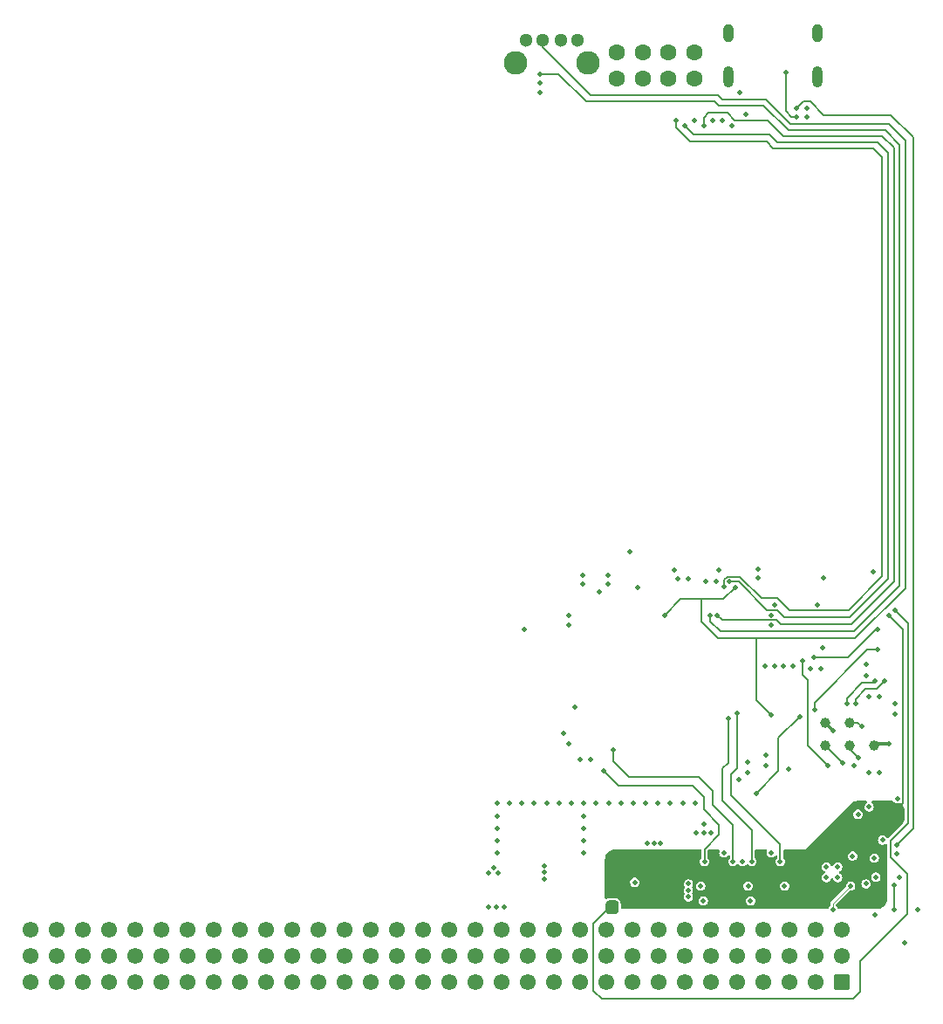
<source format=gbr>
%TF.GenerationSoftware,KiCad,Pcbnew,8.0.8-8.0.8-0~ubuntu24.04.1*%
%TF.CreationDate,2025-02-18T22:24:07+00:00*%
%TF.ProjectId,base-module,62617365-2d6d-46f6-9475-6c652e6b6963,1.0.0*%
%TF.SameCoordinates,Original*%
%TF.FileFunction,Copper,L4,Bot*%
%TF.FilePolarity,Positive*%
%FSLAX46Y46*%
G04 Gerber Fmt 4.6, Leading zero omitted, Abs format (unit mm)*
G04 Created by KiCad (PCBNEW 8.0.8-8.0.8-0~ubuntu24.04.1) date 2025-02-18 22:24:07*
%MOMM*%
%LPD*%
G01*
G04 APERTURE LIST*
G04 Aperture macros list*
%AMRoundRect*
0 Rectangle with rounded corners*
0 $1 Rounding radius*
0 $2 $3 $4 $5 $6 $7 $8 $9 X,Y pos of 4 corners*
0 Add a 4 corners polygon primitive as box body*
4,1,4,$2,$3,$4,$5,$6,$7,$8,$9,$2,$3,0*
0 Add four circle primitives for the rounded corners*
1,1,$1+$1,$2,$3*
1,1,$1+$1,$4,$5*
1,1,$1+$1,$6,$7*
1,1,$1+$1,$8,$9*
0 Add four rect primitives between the rounded corners*
20,1,$1+$1,$2,$3,$4,$5,0*
20,1,$1+$1,$4,$5,$6,$7,0*
20,1,$1+$1,$6,$7,$8,$9,0*
20,1,$1+$1,$8,$9,$2,$3,0*%
G04 Aperture macros list end*
%TA.AperFunction,ComponentPad*%
%ADD10C,1.600000*%
%TD*%
%TA.AperFunction,HeatsinkPad*%
%ADD11O,1.000000X2.100000*%
%TD*%
%TA.AperFunction,HeatsinkPad*%
%ADD12O,1.000000X1.800000*%
%TD*%
%TA.AperFunction,ComponentPad*%
%ADD13RoundRect,0.249999X0.525001X0.525001X-0.525001X0.525001X-0.525001X-0.525001X0.525001X-0.525001X0*%
%TD*%
%TA.AperFunction,ComponentPad*%
%ADD14C,1.550000*%
%TD*%
%TA.AperFunction,ComponentPad*%
%ADD15C,1.300000*%
%TD*%
%TA.AperFunction,ComponentPad*%
%ADD16C,2.286000*%
%TD*%
%TA.AperFunction,SMDPad,CuDef*%
%ADD17C,1.000000*%
%TD*%
%TA.AperFunction,ViaPad*%
%ADD18C,0.500000*%
%TD*%
%TA.AperFunction,Conductor*%
%ADD19C,0.300000*%
%TD*%
%TA.AperFunction,Conductor*%
%ADD20C,0.150000*%
%TD*%
%TA.AperFunction,Conductor*%
%ADD21C,0.200000*%
%TD*%
%TA.AperFunction,Conductor*%
%ADD22C,0.100000*%
%TD*%
G04 APERTURE END LIST*
D10*
%TO.P,LED300,1*%
%TO.N,Net-(LED300-Pad1)*%
X106863600Y-55785000D03*
%TO.P,LED300,2*%
%TO.N,GND*%
X109403600Y-55785000D03*
%TO.P,LED300,3*%
%TO.N,Net-(LED300-Pad3)*%
X106863600Y-58325000D03*
%TO.P,LED300,4*%
%TO.N,GND*%
X109403600Y-58325000D03*
%TD*%
D11*
%TO.P,J800,S1,SHIELD*%
%TO.N,Net-(J800-SHIELD)*%
X126370000Y-58140000D03*
D12*
X126370000Y-53960000D03*
D11*
X117730000Y-58140000D03*
D12*
X117730000Y-53960000D03*
%TD*%
D13*
%TO.P,J200,a1,a1*%
%TO.N,GND*%
X128740000Y-145975000D03*
D14*
%TO.P,J200,a2,a2*%
%TO.N,/Backplane/BACKPLANE.D+*%
X126200000Y-145975000D03*
%TO.P,J200,a3,a3*%
%TO.N,+5V_STDBY*%
X123660000Y-145975000D03*
%TO.P,J200,a4,a4*%
%TO.N,GND*%
X121120000Y-145975000D03*
%TO.P,J200,a5,a5*%
%TO.N,/Backplane/CAN1.+*%
X118580000Y-145975000D03*
%TO.P,J200,a6,a6*%
%TO.N,/Backplane/CAN1.-*%
X116040000Y-145975000D03*
%TO.P,J200,a7,a7*%
%TO.N,GND*%
X113500000Y-145975000D03*
%TO.P,J200,a8,a8*%
%TO.N,/Backplane/CAN2.+*%
X110960000Y-145975000D03*
%TO.P,J200,a9,a9*%
%TO.N,/Backplane/CAN2.-*%
X108420000Y-145975000D03*
%TO.P,J200,a10,a10*%
%TO.N,GND*%
X105880000Y-145975000D03*
%TO.P,J200,a11,a11*%
%TO.N,+12V*%
X103340000Y-145975000D03*
%TO.P,J200,a12,a12*%
X100800000Y-145975000D03*
%TO.P,J200,a13,a13*%
%TO.N,GND*%
X98260000Y-145975000D03*
%TO.P,J200,a14,a14*%
%TO.N,+24V*%
X95720000Y-145975000D03*
%TO.P,J200,a15,a15*%
%TO.N,GND*%
X93180000Y-145975000D03*
%TO.P,J200,a16,a16*%
%TO.N,/Backplane/GPIOL0*%
X90640000Y-145975000D03*
%TO.P,J200,a17,a17*%
%TO.N,/Backplane/GPIOL1*%
X88100000Y-145975000D03*
%TO.P,J200,a18,a18*%
%TO.N,/Backplane/GPIOL2*%
X85560000Y-145975000D03*
%TO.P,J200,a19,a19*%
%TO.N,/Backplane/GPIOL3*%
X83020000Y-145975000D03*
%TO.P,J200,a20,a20*%
%TO.N,/Backplane/GPIOL4*%
X80480000Y-145975000D03*
%TO.P,J200,a21,a21*%
%TO.N,/Backplane/GPIOL5*%
X77940000Y-145975000D03*
%TO.P,J200,a22,a22*%
%TO.N,/Backplane/GPIOL6*%
X75400000Y-145975000D03*
%TO.P,J200,a23,a23*%
%TO.N,/Backplane/GPIOL7*%
X72860000Y-145975000D03*
%TO.P,J200,a24,a24*%
%TO.N,/Backplane/GPIOL8*%
X70320000Y-145975000D03*
%TO.P,J200,a25,a25*%
%TO.N,/Backplane/GPIOL9*%
X67780000Y-145975000D03*
%TO.P,J200,a26,a26*%
%TO.N,/Backplane/GPIOL10*%
X65240000Y-145975000D03*
%TO.P,J200,a27,a27*%
%TO.N,/Backplane/GPIOL11*%
X62700000Y-145975000D03*
%TO.P,J200,a28,a28*%
%TO.N,/Backplane/GPIOL12*%
X60160000Y-145975000D03*
%TO.P,J200,a29,a29*%
%TO.N,/Backplane/GPIOL13*%
X57620000Y-145975000D03*
%TO.P,J200,a30,a30*%
%TO.N,/Backplane/GPIOL14*%
X55080000Y-145975000D03*
%TO.P,J200,a31,a31*%
%TO.N,/Backplane/GPIOL15*%
X52540000Y-145975000D03*
%TO.P,J200,a32,a32*%
%TO.N,GND*%
X50000000Y-145975000D03*
%TO.P,J200,b1,b1*%
X128740000Y-143435000D03*
%TO.P,J200,b2,b2*%
X126200000Y-143435000D03*
%TO.P,J200,b3,b3*%
%TO.N,+5V_STDBY*%
X123660000Y-143435000D03*
%TO.P,J200,b4,b4*%
%TO.N,GND*%
X121120000Y-143435000D03*
%TO.P,J200,b5,b5*%
%TO.N,/Backplane/CAN1.+*%
X118580000Y-143435000D03*
%TO.P,J200,b6,b6*%
%TO.N,/Backplane/CAN1.-*%
X116040000Y-143435000D03*
%TO.P,J200,b7,b7*%
%TO.N,GND*%
X113500000Y-143435000D03*
%TO.P,J200,b8,b8*%
%TO.N,/Backplane/CAN2.+*%
X110960000Y-143435000D03*
%TO.P,J200,b9,b9*%
%TO.N,/Backplane/CAN2.-*%
X108420000Y-143435000D03*
%TO.P,J200,b10,b10*%
%TO.N,GND*%
X105880000Y-143435000D03*
%TO.P,J200,b11,b11*%
%TO.N,+12V*%
X103340000Y-143435000D03*
%TO.P,J200,b12,b12*%
X100800000Y-143435000D03*
%TO.P,J200,b13,b13*%
%TO.N,GND*%
X98260000Y-143435000D03*
%TO.P,J200,b14,b14*%
%TO.N,+24V*%
X95720000Y-143435000D03*
%TO.P,J200,b15,b15*%
%TO.N,GND*%
X93180000Y-143435000D03*
%TO.P,J200,b16,b16*%
%TO.N,/Backplane/GPIOC0*%
X90640000Y-143435000D03*
%TO.P,J200,b17,b17*%
%TO.N,/Backplane/GPIOC1*%
X88100000Y-143435000D03*
%TO.P,J200,b18,b18*%
%TO.N,/Backplane/GPIOC2*%
X85560000Y-143435000D03*
%TO.P,J200,b19,b19*%
%TO.N,/Backplane/GPIOC3*%
X83020000Y-143435000D03*
%TO.P,J200,b20,b20*%
%TO.N,/Backplane/GPIOC4*%
X80480000Y-143435000D03*
%TO.P,J200,b21,b21*%
%TO.N,/Backplane/GPIOC5*%
X77940000Y-143435000D03*
%TO.P,J200,b22,b22*%
%TO.N,/Backplane/GPIOC6*%
X75400000Y-143435000D03*
%TO.P,J200,b23,b23*%
%TO.N,/Backplane/GPIOC7*%
X72860000Y-143435000D03*
%TO.P,J200,b24,b24*%
%TO.N,/Backplane/GPIOC8*%
X70320000Y-143435000D03*
%TO.P,J200,b25,b25*%
%TO.N,/Backplane/GPIOC9*%
X67780000Y-143435000D03*
%TO.P,J200,b26,b26*%
%TO.N,/Backplane/GPIOC10*%
X65240000Y-143435000D03*
%TO.P,J200,b27,b27*%
%TO.N,/Backplane/GPIOC11*%
X62700000Y-143435000D03*
%TO.P,J200,b28,b28*%
%TO.N,/Backplane/GPIOC12*%
X60160000Y-143435000D03*
%TO.P,J200,b29,b29*%
%TO.N,/Backplane/GPIOC13*%
X57620000Y-143435000D03*
%TO.P,J200,b30,b30*%
%TO.N,/Backplane/GPIOC14*%
X55080000Y-143435000D03*
%TO.P,J200,b31,b31*%
%TO.N,/Backplane/GPIOC15*%
X52540000Y-143435000D03*
%TO.P,J200,b32,b32*%
%TO.N,GND*%
X50000000Y-143435000D03*
%TO.P,J200,c1,c1*%
X128740000Y-140895000D03*
%TO.P,J200,c2,c2*%
%TO.N,/Backplane/BACKPLANE.D-*%
X126200000Y-140895000D03*
%TO.P,J200,c3,c3*%
%TO.N,+5V_STDBY*%
X123660000Y-140895000D03*
%TO.P,J200,c4,c4*%
%TO.N,GND*%
X121120000Y-140895000D03*
%TO.P,J200,c5,c5*%
%TO.N,/Backplane/CAN1.+*%
X118580000Y-140895000D03*
%TO.P,J200,c6,c6*%
%TO.N,/Backplane/CAN1.-*%
X116040000Y-140895000D03*
%TO.P,J200,c7,c7*%
%TO.N,GND*%
X113500000Y-140895000D03*
%TO.P,J200,c8,c8*%
%TO.N,/Backplane/CAN2.+*%
X110960000Y-140895000D03*
%TO.P,J200,c9,c9*%
%TO.N,/Backplane/CAN2.-*%
X108420000Y-140895000D03*
%TO.P,J200,c10,c10*%
%TO.N,GND*%
X105880000Y-140895000D03*
%TO.P,J200,c11,c11*%
%TO.N,+12V*%
X103340000Y-140895000D03*
%TO.P,J200,c12,c12*%
X100800000Y-140895000D03*
%TO.P,J200,c13,c13*%
%TO.N,GND*%
X98260000Y-140895000D03*
%TO.P,J200,c14,c14*%
%TO.N,+24V*%
X95720000Y-140895000D03*
%TO.P,J200,c15,c15*%
%TO.N,GND*%
X93180000Y-140895000D03*
%TO.P,J200,c16,c16*%
%TO.N,/Backplane/GPIOR0*%
X90640000Y-140895000D03*
%TO.P,J200,c17,c17*%
%TO.N,/Backplane/GPIOR1*%
X88100000Y-140895000D03*
%TO.P,J200,c18,c18*%
%TO.N,/Backplane/GPIOR2*%
X85560000Y-140895000D03*
%TO.P,J200,c19,c19*%
%TO.N,/Backplane/GPIOR3*%
X83020000Y-140895000D03*
%TO.P,J200,c20,c20*%
%TO.N,/Backplane/GPIOR4*%
X80480000Y-140895000D03*
%TO.P,J200,c21,c21*%
%TO.N,/Backplane/GPIOR5*%
X77940000Y-140895000D03*
%TO.P,J200,c22,c22*%
%TO.N,/Backplane/GPIOR6*%
X75400000Y-140895000D03*
%TO.P,J200,c23,c23*%
%TO.N,/Backplane/GPIOR7*%
X72860000Y-140895000D03*
%TO.P,J200,c24,c24*%
%TO.N,/Backplane/GPIOR8*%
X70320000Y-140895000D03*
%TO.P,J200,c25,c25*%
%TO.N,/Backplane/GPIOR9*%
X67780000Y-140895000D03*
%TO.P,J200,c26,c26*%
%TO.N,/Backplane/GPIOR10*%
X65240000Y-140895000D03*
%TO.P,J200,c27,c27*%
%TO.N,/Backplane/GPIOR11*%
X62700000Y-140895000D03*
%TO.P,J200,c28,c28*%
%TO.N,/Backplane/GPIOR12*%
X60160000Y-140895000D03*
%TO.P,J200,c29,c29*%
%TO.N,/Backplane/GPIOR13*%
X57620000Y-140895000D03*
%TO.P,J200,c30,c30*%
%TO.N,/Backplane/GPIOR14*%
X55080000Y-140895000D03*
%TO.P,J200,c31,c31*%
%TO.N,/Backplane/GPIOR15*%
X52540000Y-140895000D03*
%TO.P,J200,c32,c32*%
%TO.N,GND*%
X50000000Y-140895000D03*
%TD*%
D15*
%TO.P,SW400,1*%
%TO.N,GND*%
X103080000Y-54575000D03*
%TO.P,SW400,2*%
X101450000Y-54575000D03*
%TO.P,SW400,3*%
%TO.N,/MCU/SWD.~{RST}*%
X99710000Y-54575000D03*
%TO.P,SW400,4*%
%TO.N,/MCU/USR_BUTTON*%
X98080000Y-54575000D03*
D16*
%TO.P,SW400,5*%
%TO.N,N/C*%
X104080000Y-56825000D03*
%TO.P,SW400,6*%
X97080000Y-56825000D03*
%TD*%
D10*
%TO.P,LED301,1*%
%TO.N,Net-(LED301-Pad1)*%
X111913600Y-55785000D03*
%TO.P,LED301,2*%
%TO.N,GND*%
X114453600Y-55785000D03*
%TO.P,LED301,3*%
%TO.N,Net-(LED301-Pad3)*%
X111913600Y-58325000D03*
%TO.P,LED301,4*%
%TO.N,GND*%
X114453600Y-58325000D03*
%TD*%
D17*
%TO.P,TP704,1,1*%
%TO.N,/ST-LINK/DIO*%
X127100000Y-122975000D03*
%TD*%
%TO.P,TP706,1,1*%
%TO.N,GND*%
X131900000Y-122975000D03*
%TD*%
%TO.P,TP703,1,1*%
%TO.N,/ST-LINK/STLINK-BOOT0*%
X129500000Y-120775000D03*
%TD*%
%TO.P,TP702,1,1*%
%TO.N,+3V3*%
X127100000Y-120775000D03*
%TD*%
%TO.P,TP705,1,1*%
%TO.N,/ST-LINK/CLK*%
X129500000Y-122975000D03*
%TD*%
D18*
%TO.N,+3V3*%
X115300000Y-138075000D03*
X99450000Y-59675000D03*
X131350000Y-125625000D03*
X121325000Y-115325000D03*
X104325000Y-124400000D03*
X120590000Y-106765000D03*
X115350000Y-131500000D03*
X132050000Y-135775000D03*
X131800000Y-106175000D03*
X131400000Y-128975000D03*
X133950000Y-118922500D03*
X114650000Y-131500000D03*
X115350000Y-130625000D03*
X102275000Y-111350000D03*
X121350000Y-124927500D03*
X127900000Y-121575000D03*
X121875000Y-110350000D03*
X105200000Y-108075000D03*
X125700000Y-115575000D03*
X131350000Y-118275000D03*
X124000000Y-115300000D03*
X122225000Y-109375000D03*
X115575000Y-107050000D03*
X101700000Y-121825000D03*
X119900000Y-138075000D03*
X116025000Y-131500000D03*
X112825000Y-106875000D03*
X119625000Y-124600000D03*
X114450000Y-62375000D03*
%TO.N,GND*%
X106050000Y-107375000D03*
X108925000Y-107700000D03*
X99450000Y-58775000D03*
X95300000Y-131025000D03*
X103700000Y-128625000D03*
X106050000Y-106475000D03*
X129900000Y-124961216D03*
X128350000Y-134775000D03*
X104900000Y-128625000D03*
X109870720Y-132521542D03*
X134830000Y-142145001D03*
X127250000Y-134775000D03*
X116250000Y-62375000D03*
X95300000Y-133425000D03*
X132350000Y-125625000D03*
X113850000Y-136425000D03*
X109700000Y-128625000D03*
X96500000Y-128625000D03*
X130325000Y-129675000D03*
X106100000Y-128625000D03*
X110520720Y-132521542D03*
X108650000Y-136275000D03*
X102850000Y-119275000D03*
X113300000Y-128625000D03*
X103700000Y-132225000D03*
X97700000Y-128625000D03*
X115050000Y-136625000D03*
X121350000Y-123927500D03*
X103575000Y-106475000D03*
X116825000Y-106025000D03*
X119625000Y-125600000D03*
X108200000Y-104250000D03*
X126375000Y-109375000D03*
X126900000Y-113525000D03*
X131150000Y-116225000D03*
X112525000Y-106025000D03*
X97900000Y-111775000D03*
X113850000Y-137675000D03*
X100100000Y-128625000D03*
X94450000Y-138675000D03*
X116575000Y-107050000D03*
X128350000Y-135825000D03*
X98900000Y-128625000D03*
X118750000Y-126325000D03*
X134150000Y-128175000D03*
X131900000Y-133925000D03*
X126950000Y-106725000D03*
X119100000Y-134275000D03*
X111170720Y-132521542D03*
X103575000Y-107350000D03*
X103700000Y-133425000D03*
X122200000Y-115275000D03*
X103700000Y-131025000D03*
X117150000Y-62375000D03*
X131150000Y-115125000D03*
X119410000Y-61815001D03*
X133300000Y-122825000D03*
X118050000Y-62925000D03*
X108500000Y-128625000D03*
X133950000Y-119922500D03*
X134100000Y-133525000D03*
X134300000Y-135775000D03*
X112100000Y-128625000D03*
X113825000Y-106875000D03*
X121900000Y-133425000D03*
X114500000Y-128625000D03*
X118850000Y-59675000D03*
X103325000Y-124400000D03*
X121875000Y-111350000D03*
X117300000Y-133425000D03*
X120590000Y-105865000D03*
X129800000Y-133725000D03*
X95953492Y-138663288D03*
X127250000Y-135825000D03*
X131100000Y-136425000D03*
X110900000Y-128625000D03*
X101300000Y-128625000D03*
X99850000Y-134671508D03*
X102500000Y-128625000D03*
X95300000Y-132225000D03*
X107300000Y-128625000D03*
X95200000Y-138675000D03*
X99850000Y-135971508D03*
X95300000Y-129825000D03*
X136150000Y-138925000D03*
X102225000Y-122850000D03*
X126700000Y-115575000D03*
X102275000Y-110350000D03*
X123200000Y-136625000D03*
X131950000Y-139425000D03*
X113850000Y-137075000D03*
X125350000Y-62025000D03*
X125350000Y-61225000D03*
X123550000Y-125325000D03*
X132700000Y-132175000D03*
X99850000Y-135321508D03*
X123100000Y-115275000D03*
X103700000Y-129825000D03*
X95300000Y-128625000D03*
X132350000Y-118275000D03*
X119650000Y-136625000D03*
%TO.N,+5V*%
X106125000Y-137025000D03*
X134150000Y-129075000D03*
X116300000Y-133425000D03*
X106775000Y-136325000D03*
X133300000Y-110375000D03*
X131100000Y-135525001D03*
X106775000Y-137025000D03*
X126200000Y-137025000D03*
X106125000Y-136325000D03*
X120900000Y-133425000D03*
%TO.N,/ST-LINK/LED*%
X124950000Y-114800000D03*
X127400000Y-124950000D03*
%TO.N,/ST-LINK/STLINK-BOOT0*%
X130675000Y-121175000D03*
%TO.N,/ST-LINK/DIO*%
X128875000Y-124675000D03*
%TO.N,/ST-LINK/CLK*%
X130350000Y-124175000D03*
%TO.N,+12V_FUSED*%
X94451270Y-135361059D03*
X133950000Y-109925000D03*
X106125000Y-139025000D03*
X106125000Y-138325000D03*
X106775000Y-138325000D03*
X95375000Y-135375000D03*
X106775000Y-139025000D03*
X94950000Y-134875000D03*
%TO.N,/ST-LINK/STLINK_RX*%
X126100000Y-119500000D03*
X132200000Y-113725000D03*
%TO.N,/USB/VBUS_IN*%
X124350000Y-61225000D03*
X134050000Y-132625000D03*
%TO.N,/ST-LINK/STLINK_TX*%
X132200000Y-111725000D03*
X126075000Y-114450000D03*
%TO.N,/MCU/USR_BUTTON*%
X115975000Y-110350000D03*
X99450000Y-57875000D03*
%TO.N,/MCU/SWD.~{RST}*%
X111575001Y-110375000D03*
X121900000Y-120045000D03*
X118377238Y-107645000D03*
%TO.N,Net-(U302-PGANG)*%
X129600000Y-136625000D03*
X127900000Y-138925000D03*
%TO.N,Net-(U700-PA5)*%
X124700000Y-120175000D03*
X120425000Y-127650000D03*
%TO.N,Net-(U700-PC13)*%
X130100000Y-118925000D03*
X132900000Y-116775000D03*
%TO.N,Net-(U700-PC14)*%
X129225000Y-118925000D03*
X131950000Y-116775000D03*
%TO.N,/CAN transceiver 1/CAN.TX*%
X122775000Y-134250000D03*
X118550000Y-119850000D03*
%TO.N,/CAN transceiver 1/CAN.RX*%
X117700000Y-120375000D03*
X120025000Y-134250000D03*
%TO.N,/CAN transceiver 2/CAN.TX*%
X118175000Y-134250000D03*
X106575000Y-123400000D03*
%TO.N,/CAN transceiver 2/CAN.RX*%
X105600000Y-125425000D03*
X115425000Y-134250000D03*
%TO.N,/USB/CC1*%
X123300000Y-57725000D03*
X124350000Y-62025000D03*
%TO.N,Net-(U801-~{OE})*%
X133850000Y-136575000D03*
X133850000Y-138925000D03*
%TO.N,/MCU/USER_LED_1*%
X113550000Y-62925000D03*
X117850000Y-107125000D03*
%TO.N,/MCU/USER_LED_2*%
X117300000Y-107625000D03*
X112650000Y-62375000D03*
%TO.N,/MCU/STATUS_LED*%
X115350000Y-62925000D03*
X116675000Y-110350000D03*
%TD*%
D19*
%TO.N,+3V3*%
X127900000Y-121575000D02*
X127100000Y-120775000D01*
%TO.N,GND*%
X131900000Y-122975000D02*
X132050000Y-122825000D01*
X132050000Y-122825000D02*
X133300000Y-122825000D01*
D20*
%TO.N,+5V*%
X133300000Y-110375000D02*
X134650000Y-111725000D01*
X134650000Y-111725000D02*
X134650000Y-128575000D01*
X134650000Y-128575000D02*
X134150000Y-129075000D01*
%TO.N,/ST-LINK/LED*%
X124950000Y-116125000D02*
X125450000Y-116625000D01*
X125450000Y-123000000D02*
X127400000Y-124950000D01*
X124950000Y-114800000D02*
X124950000Y-116125000D01*
X125450000Y-116625000D02*
X125450000Y-123000000D01*
D21*
%TO.N,/ST-LINK/STLINK-BOOT0*%
X130275000Y-120775000D02*
X130675000Y-121175000D01*
X129500000Y-120775000D02*
X130275000Y-120775000D01*
D20*
%TO.N,/ST-LINK/DIO*%
X127175000Y-122975000D02*
X127100000Y-122975000D01*
X128875000Y-124675000D02*
X127175000Y-122975000D01*
D21*
%TO.N,/ST-LINK/CLK*%
X129500000Y-122975000D02*
X129500000Y-123325000D01*
X129500000Y-123325000D02*
X130350000Y-124175000D01*
D20*
%TO.N,+12V_FUSED*%
X133500000Y-132225000D02*
X133500000Y-133875000D01*
X104650000Y-140275000D02*
X105900000Y-139025000D01*
X130530000Y-146895000D02*
X129850000Y-147575000D01*
X105900000Y-139025000D02*
X106125000Y-139025000D01*
X135100000Y-135475000D02*
X135100000Y-139375000D01*
X135150000Y-111125000D02*
X135150000Y-130575000D01*
X129850000Y-147575000D02*
X105450000Y-147575000D01*
X133500000Y-133875000D02*
X135100000Y-135475000D01*
X130530000Y-143945000D02*
X130530000Y-146895000D01*
X105450000Y-147575000D02*
X104650000Y-146775000D01*
X104650000Y-146775000D02*
X104650000Y-140275000D01*
X133950000Y-109925000D02*
X135150000Y-111125000D01*
X135100000Y-139375000D02*
X130530000Y-143945000D01*
X135150000Y-130575000D02*
X133500000Y-132225000D01*
%TO.N,/ST-LINK/STLINK_RX*%
X131225000Y-113725000D02*
X126100000Y-118850000D01*
X126100000Y-118850000D02*
X126100000Y-119500000D01*
X132200000Y-113725000D02*
X131225000Y-113725000D01*
%TO.N,/USB/VBUS_IN*%
X125037500Y-60537500D02*
X124350000Y-61225000D01*
X133475000Y-61850000D02*
X127000000Y-61850000D01*
X135650000Y-131025000D02*
X135650000Y-64025000D01*
X134050000Y-132625000D02*
X135650000Y-131025000D01*
X135650000Y-64025000D02*
X133475000Y-61850000D01*
X125687500Y-60537500D02*
X125037500Y-60537500D01*
X127000000Y-61850000D02*
X125687500Y-60537500D01*
%TO.N,/ST-LINK/STLINK_TX*%
X132200000Y-111725000D02*
X132050000Y-111725000D01*
X129325000Y-114450000D02*
X126075000Y-114450000D01*
X132050000Y-111725000D02*
X129325000Y-114450000D01*
%TO.N,/MCU/USR_BUTTON*%
X132950000Y-63350000D02*
X123550000Y-63350000D01*
X116950000Y-111925000D02*
X129900000Y-111925000D01*
X101250000Y-57875000D02*
X99450000Y-57875000D01*
X116850000Y-60950000D02*
X116425000Y-60525000D01*
X134325000Y-64725000D02*
X132950000Y-63350000D01*
X123550000Y-63350000D02*
X121150000Y-60950000D01*
X134325000Y-107500000D02*
X134325000Y-64725000D01*
X115975000Y-110950000D02*
X116950000Y-111925000D01*
X103900000Y-60525000D02*
X101250000Y-57875000D01*
X116425000Y-60525000D02*
X103900000Y-60525000D01*
X129900000Y-111925000D02*
X134325000Y-107500000D01*
X115975000Y-110350000D02*
X115975000Y-110950000D01*
X121150000Y-60950000D02*
X116850000Y-60950000D01*
%TO.N,/MCU/SWD.~{RST}*%
X133300000Y-62725000D02*
X134925000Y-64350000D01*
X118377238Y-107645000D02*
X117197238Y-108825000D01*
X99710000Y-54575000D02*
X99710000Y-55260000D01*
X116700000Y-112625000D02*
X115100000Y-111025000D01*
X104375000Y-59925000D02*
X116700000Y-59925000D01*
X117150000Y-60375000D02*
X121375000Y-60375000D01*
X120420000Y-118565000D02*
X121900000Y-120045000D01*
X115100000Y-108825000D02*
X113125001Y-108825000D01*
X123725000Y-62725000D02*
X133300000Y-62725000D01*
X99710000Y-55260000D02*
X104375000Y-59925000D01*
X134925000Y-107725000D02*
X130025000Y-112625000D01*
X130025000Y-112625000D02*
X120420000Y-112625000D01*
X116700000Y-59925000D02*
X117150000Y-60375000D01*
X115100000Y-111025000D02*
X115100000Y-108825000D01*
X120420000Y-112625000D02*
X116700000Y-112625000D01*
X121375000Y-60375000D02*
X123725000Y-62725000D01*
X113125001Y-108825000D02*
X111575001Y-110375000D01*
X117197238Y-108825000D02*
X115100000Y-108825000D01*
X134925000Y-64350000D02*
X134925000Y-107725000D01*
X120420000Y-112625000D02*
X120420000Y-118565000D01*
D22*
%TO.N,Net-(U302-PGANG)*%
X127900000Y-138325000D02*
X129600000Y-136625000D01*
X127900000Y-138925000D02*
X127900000Y-138325000D01*
D20*
%TO.N,Net-(U700-PA5)*%
X120425000Y-127650000D02*
X122600000Y-125475000D01*
X122600000Y-125475000D02*
X122600000Y-122275000D01*
X122600000Y-122275000D02*
X124700000Y-120175000D01*
%TO.N,Net-(U700-PC13)*%
X130100000Y-118500000D02*
X130100000Y-118925000D01*
X132900000Y-116775000D02*
X132150000Y-117525000D01*
X132150000Y-117525000D02*
X131075000Y-117525000D01*
X131075000Y-117525000D02*
X130100000Y-118500000D01*
%TO.N,Net-(U700-PC14)*%
X131800000Y-116925000D02*
X130725736Y-116925000D01*
X129225000Y-118425736D02*
X129225000Y-118925000D01*
X131950000Y-116775000D02*
X131800000Y-116925000D01*
X130725736Y-116925000D02*
X129225000Y-118425736D01*
%TO.N,/CAN transceiver 1/CAN.TX*%
X122775000Y-132600000D02*
X122775000Y-134250000D01*
X118550000Y-125225000D02*
X118000000Y-125775000D01*
X118000000Y-127825000D02*
X122775000Y-132600000D01*
X118000000Y-125775000D02*
X118000000Y-127825000D01*
X118550000Y-119850000D02*
X118550000Y-125225000D01*
%TO.N,/CAN transceiver 1/CAN.RX*%
X117150000Y-125225000D02*
X117150000Y-128325000D01*
X117700000Y-124675000D02*
X117150000Y-125225000D01*
X117150000Y-128325000D02*
X120025000Y-131200000D01*
X117700000Y-120375000D02*
X117700000Y-124675000D01*
X120025000Y-131200000D02*
X120025000Y-134250000D01*
%TO.N,/CAN transceiver 2/CAN.TX*%
X116250000Y-127425000D02*
X114850000Y-126025000D01*
X108100000Y-126025000D02*
X106575000Y-124500000D01*
X118175000Y-134250000D02*
X118175000Y-130700000D01*
X116250000Y-128775000D02*
X116250000Y-127425000D01*
X118175000Y-130700000D02*
X116250000Y-128775000D01*
X106575000Y-124500000D02*
X106575000Y-123400000D01*
X114850000Y-126025000D02*
X108100000Y-126025000D01*
%TO.N,/CAN transceiver 2/CAN.RX*%
X107050000Y-126875000D02*
X105600000Y-125425000D01*
X115425000Y-133050000D02*
X116800000Y-131675000D01*
X116800000Y-131675000D02*
X116800000Y-130675000D01*
X114250000Y-126875000D02*
X107050000Y-126875000D01*
X115350000Y-129225000D02*
X115350000Y-127975000D01*
X115350000Y-127975000D02*
X114250000Y-126875000D01*
X115425000Y-134250000D02*
X115425000Y-133050000D01*
X116800000Y-130675000D02*
X115350000Y-129225000D01*
%TO.N,/USB/CC1*%
X123850000Y-62025000D02*
X123300000Y-61475000D01*
X123300000Y-61475000D02*
X123300000Y-57725000D01*
X124350000Y-62025000D02*
X123850000Y-62025000D01*
%TO.N,Net-(U801-~{OE})*%
X133850000Y-138925000D02*
X133850000Y-136575000D01*
%TO.N,/MCU/USER_LED_1*%
X118750000Y-107125000D02*
X117850000Y-107125000D01*
X121500000Y-109875000D02*
X118750000Y-107125000D01*
X129550000Y-110525000D02*
X123150000Y-110525000D01*
X121749999Y-63725000D02*
X122499999Y-64475000D01*
X122500000Y-109875000D02*
X121500000Y-109875000D01*
X122499999Y-64475000D02*
X132200000Y-64475000D01*
X113550000Y-62925000D02*
X114350000Y-63725000D01*
X132200000Y-64475000D02*
X133225000Y-65500000D01*
X123150000Y-110525000D02*
X122500000Y-109875000D01*
X133225000Y-106850000D02*
X129550000Y-110525000D01*
X114350000Y-63725000D02*
X121749999Y-63725000D01*
X133225000Y-65500000D02*
X133225000Y-106850000D01*
%TO.N,/MCU/USER_LED_2*%
X117625000Y-106625000D02*
X118875000Y-106625000D01*
X118875000Y-106625000D02*
X120925000Y-108675000D01*
X121429999Y-64425000D02*
X113975000Y-64425000D01*
X112650000Y-63100000D02*
X112650000Y-62375000D01*
X131800000Y-65075000D02*
X122079999Y-65075000D01*
X120925000Y-108675000D02*
X122500000Y-108675000D01*
X113975000Y-64425000D02*
X112650000Y-63100000D01*
X123675000Y-109850000D02*
X129400000Y-109850000D01*
X122079999Y-65075000D02*
X121429999Y-64425000D01*
X132650000Y-65925000D02*
X131800000Y-65075000D01*
X117300000Y-107625000D02*
X117300000Y-106950000D01*
X117300000Y-106950000D02*
X117625000Y-106625000D01*
X129400000Y-109850000D02*
X132650000Y-106600000D01*
X122500000Y-108675000D02*
X123675000Y-109850000D01*
X132650000Y-106600000D02*
X132650000Y-65925000D01*
%TO.N,/MCU/STATUS_LED*%
X129700000Y-111225000D02*
X122800000Y-111225000D01*
X123075000Y-63875000D02*
X132650000Y-63875000D01*
X115800000Y-61650000D02*
X117675000Y-61650000D01*
X118370001Y-62345001D02*
X121545001Y-62345001D01*
X117675000Y-61650000D02*
X118370001Y-62345001D01*
X122425000Y-110850000D02*
X117175000Y-110850000D01*
X115350000Y-62100000D02*
X115800000Y-61650000D01*
X133800000Y-65025000D02*
X133800000Y-107125000D01*
X132650000Y-63875000D02*
X133800000Y-65025000D01*
X117175000Y-110850000D02*
X116675000Y-110350000D01*
X121545001Y-62345001D02*
X123075000Y-63875000D01*
X122800000Y-111225000D02*
X122425000Y-110850000D01*
X115350000Y-62925000D02*
X115350000Y-62100000D01*
X133800000Y-107125000D02*
X129700000Y-111225000D01*
%TD*%
%TA.AperFunction,Conductor*%
%TO.N,+12V_FUSED*%
G36*
X106791971Y-138027381D02*
G01*
X106870618Y-138043024D01*
X106915308Y-138061535D01*
X106971626Y-138099166D01*
X107005833Y-138133373D01*
X107043462Y-138189688D01*
X107061976Y-138234387D01*
X107077617Y-138313019D01*
X107080000Y-138337210D01*
X107080000Y-139012789D01*
X107077617Y-139036980D01*
X107061976Y-139115612D01*
X107043462Y-139160311D01*
X107005836Y-139216623D01*
X106971623Y-139250836D01*
X106915311Y-139288462D01*
X106870612Y-139306976D01*
X106791980Y-139322617D01*
X106767789Y-139325000D01*
X106142211Y-139325000D01*
X106118020Y-139322617D01*
X106039387Y-139306976D01*
X105994689Y-139288462D01*
X105938373Y-139250833D01*
X105904166Y-139216626D01*
X105866535Y-139160308D01*
X105848024Y-139115618D01*
X105832381Y-139036971D01*
X105830000Y-139012789D01*
X105830000Y-138337210D01*
X105832381Y-138313029D01*
X105848025Y-138234379D01*
X105866534Y-138189693D01*
X105904168Y-138133370D01*
X105938370Y-138099168D01*
X105994693Y-138061534D01*
X106039379Y-138043025D01*
X106118028Y-138027381D01*
X106142211Y-138025000D01*
X106767789Y-138025000D01*
X106791971Y-138027381D01*
G37*
%TD.AperFunction*%
%TD*%
%TA.AperFunction,Conductor*%
%TO.N,+5V*%
G36*
X131145080Y-128394685D02*
G01*
X131190835Y-128447489D01*
X131200779Y-128516647D01*
X131171754Y-128580203D01*
X131145080Y-128603316D01*
X131101950Y-128631033D01*
X131017118Y-128728937D01*
X131017117Y-128728938D01*
X130963302Y-128846774D01*
X130944867Y-128975000D01*
X130963302Y-129103225D01*
X130966800Y-129110884D01*
X131017118Y-129221063D01*
X131101951Y-129318967D01*
X131210931Y-129389004D01*
X131335225Y-129425499D01*
X131335227Y-129425500D01*
X131335228Y-129425500D01*
X131464773Y-129425500D01*
X131464773Y-129425499D01*
X131589069Y-129389004D01*
X131698049Y-129318967D01*
X131782882Y-129221063D01*
X131836697Y-129103226D01*
X131855133Y-128975000D01*
X131836697Y-128846774D01*
X131782882Y-128728937D01*
X131698049Y-128631033D01*
X131654919Y-128603315D01*
X131609165Y-128550512D01*
X131599221Y-128481353D01*
X131628246Y-128417798D01*
X131687024Y-128380023D01*
X131721959Y-128375000D01*
X133670575Y-128375000D01*
X133737614Y-128394685D01*
X133764289Y-128417798D01*
X133767117Y-128421062D01*
X133767118Y-128421063D01*
X133851951Y-128518967D01*
X133960931Y-128589004D01*
X134085225Y-128625499D01*
X134085227Y-128625500D01*
X134085228Y-128625500D01*
X134214773Y-128625500D01*
X134214773Y-128625499D01*
X134293745Y-128602312D01*
X134339063Y-128589006D01*
X134339064Y-128589005D01*
X134339069Y-128589004D01*
X134339072Y-128589001D01*
X134347016Y-128585374D01*
X134416174Y-128575427D01*
X134477196Y-128602312D01*
X134478420Y-128603316D01*
X134547666Y-128660145D01*
X134564854Y-128677333D01*
X134673722Y-128809989D01*
X134687227Y-128830201D01*
X134768121Y-128981543D01*
X134777424Y-129004001D01*
X134827240Y-129168224D01*
X134831982Y-129192065D01*
X134849403Y-129368938D01*
X134850000Y-129381092D01*
X134850000Y-129954693D01*
X134849403Y-129966847D01*
X134831982Y-130143721D01*
X134827240Y-130167562D01*
X134777424Y-130331785D01*
X134768121Y-130354243D01*
X134687227Y-130505585D01*
X134673722Y-130525797D01*
X134560969Y-130663186D01*
X134552797Y-130672202D01*
X133442897Y-131782101D01*
X133442887Y-131782112D01*
X133216634Y-132008365D01*
X133193598Y-132013592D01*
X133127919Y-131989758D01*
X133088549Y-131941346D01*
X133082882Y-131928937D01*
X132998049Y-131831033D01*
X132889069Y-131760996D01*
X132889065Y-131760994D01*
X132889064Y-131760994D01*
X132764774Y-131724500D01*
X132764772Y-131724500D01*
X132635228Y-131724500D01*
X132635226Y-131724500D01*
X132510935Y-131760994D01*
X132510932Y-131760995D01*
X132510931Y-131760996D01*
X132478091Y-131782101D01*
X132401950Y-131831033D01*
X132317118Y-131928937D01*
X132317117Y-131928938D01*
X132263302Y-132046774D01*
X132244867Y-132175000D01*
X132263302Y-132303225D01*
X132304446Y-132393316D01*
X132317118Y-132421063D01*
X132401951Y-132518967D01*
X132510931Y-132589004D01*
X132635225Y-132625499D01*
X132635227Y-132625500D01*
X132635228Y-132625500D01*
X132764773Y-132625500D01*
X132764773Y-132625499D01*
X132889069Y-132589004D01*
X132958962Y-132544086D01*
X133026000Y-132524402D01*
X133093039Y-132544086D01*
X133138794Y-132596890D01*
X133150000Y-132648402D01*
X133150000Y-137868907D01*
X133149403Y-137881061D01*
X133131982Y-138057934D01*
X133127240Y-138081775D01*
X133077424Y-138245998D01*
X133068121Y-138268456D01*
X132987227Y-138419798D01*
X132973722Y-138440010D01*
X132864854Y-138572666D01*
X132847666Y-138589854D01*
X132715010Y-138698722D01*
X132694798Y-138712227D01*
X132543456Y-138793121D01*
X132520998Y-138802424D01*
X132356775Y-138852240D01*
X132332934Y-138856982D01*
X132156061Y-138874403D01*
X132143907Y-138875000D01*
X128452111Y-138875000D01*
X128385072Y-138855315D01*
X128339317Y-138802512D01*
X128335028Y-138793121D01*
X128282882Y-138678937D01*
X128198049Y-138581033D01*
X128198048Y-138581032D01*
X128198047Y-138581031D01*
X128193296Y-138576914D01*
X128155523Y-138518136D01*
X128150500Y-138483202D01*
X128150500Y-138480122D01*
X128170185Y-138413083D01*
X128186814Y-138392446D01*
X129467441Y-137111818D01*
X129528764Y-137078334D01*
X129555122Y-137075500D01*
X129664773Y-137075500D01*
X129664773Y-137075499D01*
X129789069Y-137039004D01*
X129898049Y-136968967D01*
X129982882Y-136871063D01*
X130036697Y-136753226D01*
X130055133Y-136625000D01*
X130036697Y-136496774D01*
X130003919Y-136425000D01*
X130644867Y-136425000D01*
X130663302Y-136553225D01*
X130673247Y-136575000D01*
X130717118Y-136671063D01*
X130770235Y-136732364D01*
X130800811Y-136767652D01*
X130801951Y-136768967D01*
X130910931Y-136839004D01*
X131020117Y-136871063D01*
X131035225Y-136875499D01*
X131035227Y-136875500D01*
X131035228Y-136875500D01*
X131164773Y-136875500D01*
X131164773Y-136875499D01*
X131289069Y-136839004D01*
X131398049Y-136768967D01*
X131482882Y-136671063D01*
X131536697Y-136553226D01*
X131555133Y-136425000D01*
X131536697Y-136296774D01*
X131526753Y-136275000D01*
X131483407Y-136180086D01*
X131481431Y-136166346D01*
X131460085Y-136152628D01*
X131398049Y-136081033D01*
X131289069Y-136010996D01*
X131289065Y-136010994D01*
X131289064Y-136010994D01*
X131164774Y-135974500D01*
X131164772Y-135974500D01*
X131035228Y-135974500D01*
X131035226Y-135974500D01*
X130910935Y-136010994D01*
X130910932Y-136010995D01*
X130910931Y-136010996D01*
X130859677Y-136043934D01*
X130801950Y-136081033D01*
X130717118Y-136178937D01*
X130717117Y-136178938D01*
X130663302Y-136296774D01*
X130644867Y-136425000D01*
X130003919Y-136425000D01*
X129982882Y-136378937D01*
X129898049Y-136281033D01*
X129789069Y-136210996D01*
X129789065Y-136210994D01*
X129789064Y-136210994D01*
X129664774Y-136174500D01*
X129664772Y-136174500D01*
X129535228Y-136174500D01*
X129535226Y-136174500D01*
X129410935Y-136210994D01*
X129410932Y-136210995D01*
X129410931Y-136210996D01*
X129379753Y-136231033D01*
X129301950Y-136281033D01*
X129217118Y-136378937D01*
X129217117Y-136378938D01*
X129163302Y-136496774D01*
X129144867Y-136625000D01*
X129144867Y-136625002D01*
X129148713Y-136651755D01*
X129138769Y-136720913D01*
X129113656Y-136757081D01*
X127758103Y-138112636D01*
X127687637Y-138183101D01*
X127687636Y-138183102D01*
X127649500Y-138275170D01*
X127649500Y-138483202D01*
X127629815Y-138550241D01*
X127606704Y-138576914D01*
X127601952Y-138581031D01*
X127517118Y-138678937D01*
X127517117Y-138678938D01*
X127508082Y-138698722D01*
X127464972Y-138793121D01*
X127460683Y-138802512D01*
X127414928Y-138855315D01*
X127347889Y-138875000D01*
X107409500Y-138875000D01*
X107342461Y-138855315D01*
X107296706Y-138802511D01*
X107285500Y-138751000D01*
X107285500Y-138337221D01*
X107285500Y-138337210D01*
X107284510Y-138317064D01*
X107282127Y-138292873D01*
X107279168Y-138272928D01*
X107263527Y-138194296D01*
X107251835Y-138155749D01*
X107251831Y-138155740D01*
X107233323Y-138111055D01*
X107233321Y-138111050D01*
X107214328Y-138075517D01*
X107176699Y-138019202D01*
X107151143Y-137988063D01*
X107116936Y-137953856D01*
X107085797Y-137928300D01*
X107085784Y-137928291D01*
X107029497Y-137890680D01*
X107029483Y-137890672D01*
X107029479Y-137890669D01*
X107024655Y-137888090D01*
X106993960Y-137871682D01*
X106993946Y-137871676D01*
X106985693Y-137868257D01*
X106949267Y-137853169D01*
X106949264Y-137853168D01*
X106949259Y-137853166D01*
X106930532Y-137847485D01*
X106910709Y-137841472D01*
X106832062Y-137825829D01*
X106812126Y-137822872D01*
X106812094Y-137822868D01*
X106787948Y-137820491D01*
X106787917Y-137820488D01*
X106777698Y-137819986D01*
X106767789Y-137819500D01*
X106142211Y-137819500D01*
X106130704Y-137820065D01*
X106122066Y-137820489D01*
X106097909Y-137822868D01*
X106097896Y-137822869D01*
X106097892Y-137822870D01*
X106097886Y-137822870D01*
X106097861Y-137822874D01*
X106077929Y-137825830D01*
X106077921Y-137825831D01*
X105999307Y-137841468D01*
X105999295Y-137841471D01*
X105960742Y-137853166D01*
X105960734Y-137853169D01*
X105921450Y-137869440D01*
X105851980Y-137876907D01*
X105789502Y-137845631D01*
X105753851Y-137785541D01*
X105750000Y-137754878D01*
X105750000Y-136275000D01*
X108194867Y-136275000D01*
X108213302Y-136403225D01*
X108223247Y-136425000D01*
X108267118Y-136521063D01*
X108351951Y-136618967D01*
X108460931Y-136689004D01*
X108569606Y-136720913D01*
X108585225Y-136725499D01*
X108585227Y-136725500D01*
X108585228Y-136725500D01*
X108714773Y-136725500D01*
X108714773Y-136725499D01*
X108839069Y-136689004D01*
X108948049Y-136618967D01*
X109032882Y-136521063D01*
X109076753Y-136425000D01*
X113394867Y-136425000D01*
X113413302Y-136553225D01*
X113467117Y-136671061D01*
X113471913Y-136678524D01*
X113470123Y-136679674D01*
X113494180Y-136732364D01*
X113484231Y-136801521D01*
X113471554Y-136821245D01*
X113471913Y-136821476D01*
X113467117Y-136828938D01*
X113413302Y-136946774D01*
X113394867Y-137075000D01*
X113413302Y-137203225D01*
X113468225Y-137323488D01*
X113478169Y-137392647D01*
X113468225Y-137426512D01*
X113413302Y-137546774D01*
X113394867Y-137675000D01*
X113413302Y-137803225D01*
X113436111Y-137853169D01*
X113467118Y-137921063D01*
X113551951Y-138018967D01*
X113660931Y-138089004D01*
X113785225Y-138125499D01*
X113785227Y-138125500D01*
X113785228Y-138125500D01*
X113914773Y-138125500D01*
X113914773Y-138125499D01*
X114039069Y-138089004D01*
X114060860Y-138075000D01*
X114844867Y-138075000D01*
X114863302Y-138203225D01*
X114904254Y-138292896D01*
X114917118Y-138321063D01*
X114990624Y-138405895D01*
X114996852Y-138413083D01*
X115001951Y-138418967D01*
X115110931Y-138489004D01*
X115210148Y-138518136D01*
X115235225Y-138525499D01*
X115235227Y-138525500D01*
X115235228Y-138525500D01*
X115364773Y-138525500D01*
X115364773Y-138525499D01*
X115489069Y-138489004D01*
X115598049Y-138418967D01*
X115682882Y-138321063D01*
X115736697Y-138203226D01*
X115755133Y-138075000D01*
X119444867Y-138075000D01*
X119463302Y-138203225D01*
X119504254Y-138292896D01*
X119517118Y-138321063D01*
X119590624Y-138405895D01*
X119596852Y-138413083D01*
X119601951Y-138418967D01*
X119710931Y-138489004D01*
X119810148Y-138518136D01*
X119835225Y-138525499D01*
X119835227Y-138525500D01*
X119835228Y-138525500D01*
X119964773Y-138525500D01*
X119964773Y-138525499D01*
X120089069Y-138489004D01*
X120198049Y-138418967D01*
X120282882Y-138321063D01*
X120336697Y-138203226D01*
X120355133Y-138075000D01*
X120336697Y-137946774D01*
X120282882Y-137828937D01*
X120198049Y-137731033D01*
X120089069Y-137660996D01*
X120089065Y-137660994D01*
X120089064Y-137660994D01*
X119964774Y-137624500D01*
X119964772Y-137624500D01*
X119835228Y-137624500D01*
X119835226Y-137624500D01*
X119710935Y-137660994D01*
X119710932Y-137660995D01*
X119710931Y-137660996D01*
X119659677Y-137693934D01*
X119601950Y-137731033D01*
X119517118Y-137828937D01*
X119517117Y-137828938D01*
X119463302Y-137946774D01*
X119444867Y-138075000D01*
X115755133Y-138075000D01*
X115736697Y-137946774D01*
X115682882Y-137828937D01*
X115598049Y-137731033D01*
X115489069Y-137660996D01*
X115489065Y-137660994D01*
X115489064Y-137660994D01*
X115364774Y-137624500D01*
X115364772Y-137624500D01*
X115235228Y-137624500D01*
X115235226Y-137624500D01*
X115110935Y-137660994D01*
X115110932Y-137660995D01*
X115110931Y-137660996D01*
X115059677Y-137693934D01*
X115001950Y-137731033D01*
X114917118Y-137828937D01*
X114917117Y-137828938D01*
X114863302Y-137946774D01*
X114844867Y-138075000D01*
X114060860Y-138075000D01*
X114148049Y-138018967D01*
X114232882Y-137921063D01*
X114286697Y-137803226D01*
X114305133Y-137675000D01*
X114286697Y-137546774D01*
X114232882Y-137428937D01*
X114232880Y-137428935D01*
X114231774Y-137426512D01*
X114221830Y-137357354D01*
X114231774Y-137323488D01*
X114232880Y-137321064D01*
X114232882Y-137321063D01*
X114286697Y-137203226D01*
X114305133Y-137075000D01*
X114286697Y-136946774D01*
X114232882Y-136828937D01*
X114232879Y-136828934D01*
X114228087Y-136821476D01*
X114229877Y-136820325D01*
X114205821Y-136767652D01*
X114215762Y-136698493D01*
X114228446Y-136678754D01*
X114228087Y-136678524D01*
X114232877Y-136671068D01*
X114232882Y-136671063D01*
X114253919Y-136625000D01*
X114594867Y-136625000D01*
X114613302Y-136753225D01*
X114644472Y-136821476D01*
X114667118Y-136871063D01*
X114751951Y-136968967D01*
X114860931Y-137039004D01*
X114985225Y-137075499D01*
X114985227Y-137075500D01*
X114985228Y-137075500D01*
X115114773Y-137075500D01*
X115114773Y-137075499D01*
X115239069Y-137039004D01*
X115348049Y-136968967D01*
X115432882Y-136871063D01*
X115486697Y-136753226D01*
X115505133Y-136625000D01*
X119194867Y-136625000D01*
X119213302Y-136753225D01*
X119244472Y-136821476D01*
X119267118Y-136871063D01*
X119351951Y-136968967D01*
X119460931Y-137039004D01*
X119585225Y-137075499D01*
X119585227Y-137075500D01*
X119585228Y-137075500D01*
X119714773Y-137075500D01*
X119714773Y-137075499D01*
X119839069Y-137039004D01*
X119948049Y-136968967D01*
X120032882Y-136871063D01*
X120086697Y-136753226D01*
X120105133Y-136625000D01*
X122744867Y-136625000D01*
X122763302Y-136753225D01*
X122794472Y-136821476D01*
X122817118Y-136871063D01*
X122901951Y-136968967D01*
X123010931Y-137039004D01*
X123135225Y-137075499D01*
X123135227Y-137075500D01*
X123135228Y-137075500D01*
X123264773Y-137075500D01*
X123264773Y-137075499D01*
X123389069Y-137039004D01*
X123498049Y-136968967D01*
X123582882Y-136871063D01*
X123636697Y-136753226D01*
X123655133Y-136625000D01*
X123636697Y-136496774D01*
X123582882Y-136378937D01*
X123498049Y-136281033D01*
X123389069Y-136210996D01*
X123389065Y-136210994D01*
X123389064Y-136210994D01*
X123264774Y-136174500D01*
X123264772Y-136174500D01*
X123135228Y-136174500D01*
X123135226Y-136174500D01*
X123010935Y-136210994D01*
X123010932Y-136210995D01*
X123010931Y-136210996D01*
X122979753Y-136231033D01*
X122901950Y-136281033D01*
X122817118Y-136378937D01*
X122817117Y-136378938D01*
X122763302Y-136496774D01*
X122744867Y-136625000D01*
X120105133Y-136625000D01*
X120086697Y-136496774D01*
X120032882Y-136378937D01*
X119948049Y-136281033D01*
X119839069Y-136210996D01*
X119839065Y-136210994D01*
X119839064Y-136210994D01*
X119714774Y-136174500D01*
X119714772Y-136174500D01*
X119585228Y-136174500D01*
X119585226Y-136174500D01*
X119460935Y-136210994D01*
X119460932Y-136210995D01*
X119460931Y-136210996D01*
X119429753Y-136231033D01*
X119351950Y-136281033D01*
X119267118Y-136378937D01*
X119267117Y-136378938D01*
X119213302Y-136496774D01*
X119194867Y-136625000D01*
X115505133Y-136625000D01*
X115486697Y-136496774D01*
X115432882Y-136378937D01*
X115348049Y-136281033D01*
X115239069Y-136210996D01*
X115239065Y-136210994D01*
X115239064Y-136210994D01*
X115114774Y-136174500D01*
X115114772Y-136174500D01*
X114985228Y-136174500D01*
X114985226Y-136174500D01*
X114860935Y-136210994D01*
X114860932Y-136210995D01*
X114860931Y-136210996D01*
X114829753Y-136231033D01*
X114751950Y-136281033D01*
X114667118Y-136378937D01*
X114667117Y-136378938D01*
X114613302Y-136496774D01*
X114594867Y-136625000D01*
X114253919Y-136625000D01*
X114286697Y-136553226D01*
X114305133Y-136425000D01*
X114286697Y-136296774D01*
X114232882Y-136178937D01*
X114148049Y-136081033D01*
X114039069Y-136010996D01*
X114039065Y-136010994D01*
X114039064Y-136010994D01*
X113914774Y-135974500D01*
X113914772Y-135974500D01*
X113785228Y-135974500D01*
X113785226Y-135974500D01*
X113660935Y-136010994D01*
X113660932Y-136010995D01*
X113660931Y-136010996D01*
X113609677Y-136043934D01*
X113551950Y-136081033D01*
X113467118Y-136178937D01*
X113467117Y-136178938D01*
X113413302Y-136296774D01*
X113394867Y-136425000D01*
X109076753Y-136425000D01*
X109086697Y-136403226D01*
X109105133Y-136275000D01*
X109086697Y-136146774D01*
X109032882Y-136028937D01*
X108948049Y-135931033D01*
X108839069Y-135860996D01*
X108839065Y-135860994D01*
X108839064Y-135860994D01*
X108714774Y-135824500D01*
X108714772Y-135824500D01*
X108585228Y-135824500D01*
X108585226Y-135824500D01*
X108460935Y-135860994D01*
X108460932Y-135860995D01*
X108460931Y-135860996D01*
X108431947Y-135879623D01*
X108351950Y-135931033D01*
X108267118Y-136028937D01*
X108267117Y-136028938D01*
X108213302Y-136146774D01*
X108194867Y-136275000D01*
X105750000Y-136275000D01*
X105750000Y-134775000D01*
X126794867Y-134775000D01*
X126813302Y-134903225D01*
X126867117Y-135021061D01*
X126867118Y-135021063D01*
X126951951Y-135118967D01*
X127060931Y-135189004D01*
X127060933Y-135189004D01*
X127068392Y-135193798D01*
X127067036Y-135195906D01*
X127109802Y-135232968D01*
X127129482Y-135300009D01*
X127109793Y-135367047D01*
X127067037Y-135404094D01*
X127068392Y-135406202D01*
X127060933Y-135410995D01*
X127060931Y-135410996D01*
X127029753Y-135431033D01*
X126951950Y-135481033D01*
X126867118Y-135578937D01*
X126867117Y-135578938D01*
X126813302Y-135696774D01*
X126794867Y-135825000D01*
X126813302Y-135953225D01*
X126867117Y-136071061D01*
X126867118Y-136071063D01*
X126951951Y-136168967D01*
X127060931Y-136239004D01*
X127185225Y-136275499D01*
X127185227Y-136275500D01*
X127185228Y-136275500D01*
X127314773Y-136275500D01*
X127314773Y-136275499D01*
X127439069Y-136239004D01*
X127548049Y-136168967D01*
X127632882Y-136071063D01*
X127686697Y-135953226D01*
X127686697Y-135953225D01*
X127687206Y-135952111D01*
X127732961Y-135899307D01*
X127800000Y-135879623D01*
X127867040Y-135899308D01*
X127912794Y-135952111D01*
X127913302Y-135953225D01*
X127913303Y-135953226D01*
X127967118Y-136071063D01*
X128051951Y-136168967D01*
X128160931Y-136239004D01*
X128285225Y-136275499D01*
X128285227Y-136275500D01*
X128285228Y-136275500D01*
X128414773Y-136275500D01*
X128414773Y-136275499D01*
X128539069Y-136239004D01*
X128648049Y-136168967D01*
X128732882Y-136071063D01*
X128786697Y-135953226D01*
X128805133Y-135825000D01*
X128797944Y-135775000D01*
X131594867Y-135775000D01*
X131613302Y-135903226D01*
X131613303Y-135903227D01*
X131666592Y-136019914D01*
X131668567Y-136033652D01*
X131689913Y-136047370D01*
X131751951Y-136118967D01*
X131860931Y-136189004D01*
X131935824Y-136210994D01*
X131985225Y-136225499D01*
X131985227Y-136225500D01*
X131985228Y-136225500D01*
X132114773Y-136225500D01*
X132114773Y-136225499D01*
X132239069Y-136189004D01*
X132348049Y-136118967D01*
X132432882Y-136021063D01*
X132486697Y-135903226D01*
X132505133Y-135775000D01*
X132486697Y-135646774D01*
X132432882Y-135528937D01*
X132348049Y-135431033D01*
X132239069Y-135360996D01*
X132239065Y-135360994D01*
X132239064Y-135360994D01*
X132114774Y-135324500D01*
X132114772Y-135324500D01*
X131985228Y-135324500D01*
X131985226Y-135324500D01*
X131860935Y-135360994D01*
X131860932Y-135360995D01*
X131860931Y-135360996D01*
X131809677Y-135393934D01*
X131751950Y-135431033D01*
X131667118Y-135528937D01*
X131667117Y-135528938D01*
X131613302Y-135646774D01*
X131594867Y-135775000D01*
X128797944Y-135775000D01*
X128786697Y-135696774D01*
X128732882Y-135578937D01*
X128648049Y-135481033D01*
X128539069Y-135410996D01*
X128539066Y-135410995D01*
X128531608Y-135406202D01*
X128532963Y-135404092D01*
X128490203Y-135367042D01*
X128470517Y-135300003D01*
X128490200Y-135232963D01*
X128532963Y-135195906D01*
X128531608Y-135193798D01*
X128539066Y-135189004D01*
X128539069Y-135189004D01*
X128648049Y-135118967D01*
X128732882Y-135021063D01*
X128786697Y-134903226D01*
X128805133Y-134775000D01*
X128786697Y-134646774D01*
X128732882Y-134528937D01*
X128648049Y-134431033D01*
X128539069Y-134360996D01*
X128539065Y-134360994D01*
X128539064Y-134360994D01*
X128414774Y-134324500D01*
X128414772Y-134324500D01*
X128285228Y-134324500D01*
X128285226Y-134324500D01*
X128160935Y-134360994D01*
X128160932Y-134360995D01*
X128160931Y-134360996D01*
X128134121Y-134378226D01*
X128051950Y-134431033D01*
X127967118Y-134528937D01*
X127967117Y-134528938D01*
X127912794Y-134647888D01*
X127867039Y-134700692D01*
X127799999Y-134720376D01*
X127732960Y-134700691D01*
X127687206Y-134647888D01*
X127668130Y-134606119D01*
X127632882Y-134528937D01*
X127548049Y-134431033D01*
X127439069Y-134360996D01*
X127439065Y-134360994D01*
X127439064Y-134360994D01*
X127314774Y-134324500D01*
X127314772Y-134324500D01*
X127185228Y-134324500D01*
X127185226Y-134324500D01*
X127060935Y-134360994D01*
X127060932Y-134360995D01*
X127060931Y-134360996D01*
X127034121Y-134378226D01*
X126951950Y-134431033D01*
X126867118Y-134528937D01*
X126867117Y-134528938D01*
X126813302Y-134646774D01*
X126794867Y-134775000D01*
X105750000Y-134775000D01*
X105750000Y-134081092D01*
X105750597Y-134068938D01*
X105760237Y-133971061D01*
X105768018Y-133892056D01*
X105772757Y-133868232D01*
X105822577Y-133703994D01*
X105831875Y-133681549D01*
X105912775Y-133530195D01*
X105926272Y-133509995D01*
X106035149Y-133377328D01*
X106052328Y-133360149D01*
X106184995Y-133251272D01*
X106205195Y-133237775D01*
X106356549Y-133156875D01*
X106378994Y-133147577D01*
X106543232Y-133097757D01*
X106567056Y-133093018D01*
X106743939Y-133075597D01*
X106756093Y-133075000D01*
X115025500Y-133075000D01*
X115092539Y-133094685D01*
X115138294Y-133147489D01*
X115149500Y-133199000D01*
X115149500Y-133833760D01*
X115129815Y-133900799D01*
X115119214Y-133914962D01*
X115042118Y-134003937D01*
X115042117Y-134003938D01*
X114988302Y-134121774D01*
X114969867Y-134250000D01*
X114988302Y-134378225D01*
X115042117Y-134496061D01*
X115042118Y-134496063D01*
X115126951Y-134593967D01*
X115235931Y-134664004D01*
X115321079Y-134689005D01*
X115360225Y-134700499D01*
X115360227Y-134700500D01*
X115360228Y-134700500D01*
X115489773Y-134700500D01*
X115489773Y-134700499D01*
X115614069Y-134664004D01*
X115723049Y-134593967D01*
X115807882Y-134496063D01*
X115861697Y-134378226D01*
X115880133Y-134250000D01*
X115861697Y-134121774D01*
X115807882Y-134003937D01*
X115730786Y-133914962D01*
X115701762Y-133851406D01*
X115700500Y-133833760D01*
X115700500Y-133215477D01*
X115720185Y-133148438D01*
X115736819Y-133127796D01*
X115753296Y-133111319D01*
X115814619Y-133077834D01*
X115840977Y-133075000D01*
X116771636Y-133075000D01*
X116838675Y-133094685D01*
X116884430Y-133147489D01*
X116894374Y-133216647D01*
X116884431Y-133250511D01*
X116863302Y-133296776D01*
X116844867Y-133425000D01*
X116863302Y-133553225D01*
X116876002Y-133581033D01*
X116917118Y-133671063D01*
X117001951Y-133768967D01*
X117110931Y-133839004D01*
X117235225Y-133875499D01*
X117235227Y-133875500D01*
X117235228Y-133875500D01*
X117364773Y-133875500D01*
X117364773Y-133875499D01*
X117489069Y-133839004D01*
X117598049Y-133768967D01*
X117681787Y-133672325D01*
X117740564Y-133634552D01*
X117810433Y-133634551D01*
X117869212Y-133672325D01*
X117898238Y-133735880D01*
X117899500Y-133753529D01*
X117899500Y-133833760D01*
X117879815Y-133900799D01*
X117869214Y-133914962D01*
X117792118Y-134003937D01*
X117792117Y-134003938D01*
X117738302Y-134121774D01*
X117719867Y-134250000D01*
X117738302Y-134378225D01*
X117792117Y-134496061D01*
X117792118Y-134496063D01*
X117876951Y-134593967D01*
X117985931Y-134664004D01*
X118071079Y-134689005D01*
X118110225Y-134700499D01*
X118110227Y-134700500D01*
X118110228Y-134700500D01*
X118239773Y-134700500D01*
X118239773Y-134700499D01*
X118364069Y-134664004D01*
X118473049Y-134593967D01*
X118532956Y-134524828D01*
X118591731Y-134487056D01*
X118661600Y-134487054D01*
X118720380Y-134524827D01*
X118801951Y-134618967D01*
X118910931Y-134689004D01*
X118950738Y-134700692D01*
X119035225Y-134725499D01*
X119035227Y-134725500D01*
X119035228Y-134725500D01*
X119164773Y-134725500D01*
X119164773Y-134725499D01*
X119289069Y-134689004D01*
X119398049Y-134618967D01*
X119479617Y-134524830D01*
X119538395Y-134487055D01*
X119608264Y-134487054D01*
X119667042Y-134524827D01*
X119726951Y-134593967D01*
X119835931Y-134664004D01*
X119921079Y-134689005D01*
X119960225Y-134700499D01*
X119960227Y-134700500D01*
X119960228Y-134700500D01*
X120089773Y-134700500D01*
X120089773Y-134700499D01*
X120214069Y-134664004D01*
X120323049Y-134593967D01*
X120407882Y-134496063D01*
X120461697Y-134378226D01*
X120480133Y-134250000D01*
X120461697Y-134121774D01*
X120407882Y-134003937D01*
X120330786Y-133914962D01*
X120301762Y-133851406D01*
X120300500Y-133833760D01*
X120300500Y-133199000D01*
X120320185Y-133131961D01*
X120372989Y-133086206D01*
X120424500Y-133075000D01*
X121371636Y-133075000D01*
X121438675Y-133094685D01*
X121484430Y-133147489D01*
X121494374Y-133216647D01*
X121484431Y-133250511D01*
X121463302Y-133296776D01*
X121444867Y-133425000D01*
X121463302Y-133553225D01*
X121476002Y-133581033D01*
X121517118Y-133671063D01*
X121601951Y-133768967D01*
X121710931Y-133839004D01*
X121835225Y-133875499D01*
X121835227Y-133875500D01*
X121835228Y-133875500D01*
X121964773Y-133875500D01*
X121964773Y-133875499D01*
X122089069Y-133839004D01*
X122198049Y-133768967D01*
X122281787Y-133672325D01*
X122340564Y-133634552D01*
X122410433Y-133634551D01*
X122469212Y-133672325D01*
X122498238Y-133735880D01*
X122499500Y-133753529D01*
X122499500Y-133833760D01*
X122479815Y-133900799D01*
X122469214Y-133914962D01*
X122392118Y-134003937D01*
X122392117Y-134003938D01*
X122338302Y-134121774D01*
X122319867Y-134250000D01*
X122338302Y-134378225D01*
X122392117Y-134496061D01*
X122392118Y-134496063D01*
X122476951Y-134593967D01*
X122585931Y-134664004D01*
X122671079Y-134689005D01*
X122710225Y-134700499D01*
X122710227Y-134700500D01*
X122710228Y-134700500D01*
X122839773Y-134700500D01*
X122839773Y-134700499D01*
X122964069Y-134664004D01*
X123073049Y-134593967D01*
X123157882Y-134496063D01*
X123211697Y-134378226D01*
X123230133Y-134250000D01*
X123211697Y-134121774D01*
X123157882Y-134003937D01*
X123080786Y-133914962D01*
X123051762Y-133851406D01*
X123050500Y-133833760D01*
X123050500Y-133725000D01*
X129344867Y-133725000D01*
X129363302Y-133853225D01*
X129398837Y-133931034D01*
X129417118Y-133971063D01*
X129501951Y-134068967D01*
X129610931Y-134139004D01*
X129720117Y-134171063D01*
X129735225Y-134175499D01*
X129735227Y-134175500D01*
X129735228Y-134175500D01*
X129864773Y-134175500D01*
X129864773Y-134175499D01*
X129989069Y-134139004D01*
X130098049Y-134068967D01*
X130182882Y-133971063D01*
X130203919Y-133925000D01*
X131444867Y-133925000D01*
X131463302Y-134053225D01*
X131476029Y-134081092D01*
X131517118Y-134171063D01*
X131601951Y-134268967D01*
X131710931Y-134339004D01*
X131785824Y-134360994D01*
X131835225Y-134375499D01*
X131835227Y-134375500D01*
X131835228Y-134375500D01*
X131964773Y-134375500D01*
X131964773Y-134375499D01*
X132089069Y-134339004D01*
X132198049Y-134268967D01*
X132282882Y-134171063D01*
X132336697Y-134053226D01*
X132355133Y-133925000D01*
X132336697Y-133796774D01*
X132282882Y-133678937D01*
X132198049Y-133581033D01*
X132089069Y-133510996D01*
X132089065Y-133510994D01*
X132089064Y-133510994D01*
X131964774Y-133474500D01*
X131964772Y-133474500D01*
X131835228Y-133474500D01*
X131835226Y-133474500D01*
X131710935Y-133510994D01*
X131710932Y-133510995D01*
X131710931Y-133510996D01*
X131681057Y-133530195D01*
X131601950Y-133581033D01*
X131517118Y-133678937D01*
X131517117Y-133678938D01*
X131463302Y-133796774D01*
X131444867Y-133925000D01*
X130203919Y-133925000D01*
X130236697Y-133853226D01*
X130255133Y-133725000D01*
X130236697Y-133596774D01*
X130182882Y-133478937D01*
X130098049Y-133381033D01*
X129989069Y-133310996D01*
X129989065Y-133310994D01*
X129989064Y-133310994D01*
X129864774Y-133274500D01*
X129864772Y-133274500D01*
X129735228Y-133274500D01*
X129735226Y-133274500D01*
X129610935Y-133310994D01*
X129610932Y-133310995D01*
X129610931Y-133310996D01*
X129559677Y-133343934D01*
X129501950Y-133381033D01*
X129417118Y-133478937D01*
X129417117Y-133478938D01*
X129363302Y-133596774D01*
X129344867Y-133725000D01*
X123050500Y-133725000D01*
X123050500Y-133199000D01*
X123070185Y-133131961D01*
X123122989Y-133086206D01*
X123174500Y-133075000D01*
X124785783Y-133075000D01*
X124785786Y-133075000D01*
X125200000Y-133075000D01*
X128599999Y-129675000D01*
X129869867Y-129675000D01*
X129888302Y-129803225D01*
X129942117Y-129921061D01*
X129942118Y-129921063D01*
X130026951Y-130018967D01*
X130135931Y-130089004D01*
X130260225Y-130125499D01*
X130260227Y-130125500D01*
X130260228Y-130125500D01*
X130389773Y-130125500D01*
X130389773Y-130125499D01*
X130514069Y-130089004D01*
X130623049Y-130018967D01*
X130707882Y-129921063D01*
X130761697Y-129803226D01*
X130780133Y-129675000D01*
X130761697Y-129546774D01*
X130707882Y-129428937D01*
X130623049Y-129331033D01*
X130514069Y-129260996D01*
X130514065Y-129260994D01*
X130514064Y-129260994D01*
X130389774Y-129224500D01*
X130389772Y-129224500D01*
X130260228Y-129224500D01*
X130260226Y-129224500D01*
X130135935Y-129260994D01*
X130135932Y-129260995D01*
X130135931Y-129260996D01*
X130084677Y-129293934D01*
X130026950Y-129331033D01*
X129942118Y-129428937D01*
X129942117Y-129428938D01*
X129888302Y-129546774D01*
X129869867Y-129675000D01*
X128599999Y-129675000D01*
X129602807Y-128672192D01*
X129611802Y-128664039D01*
X129749208Y-128551272D01*
X129769408Y-128537775D01*
X129920762Y-128456875D01*
X129943207Y-128447577D01*
X130107445Y-128397757D01*
X130131269Y-128393018D01*
X130308153Y-128375597D01*
X130320307Y-128375000D01*
X131078041Y-128375000D01*
X131145080Y-128394685D01*
G37*
%TD.AperFunction*%
%TD*%
M02*

</source>
